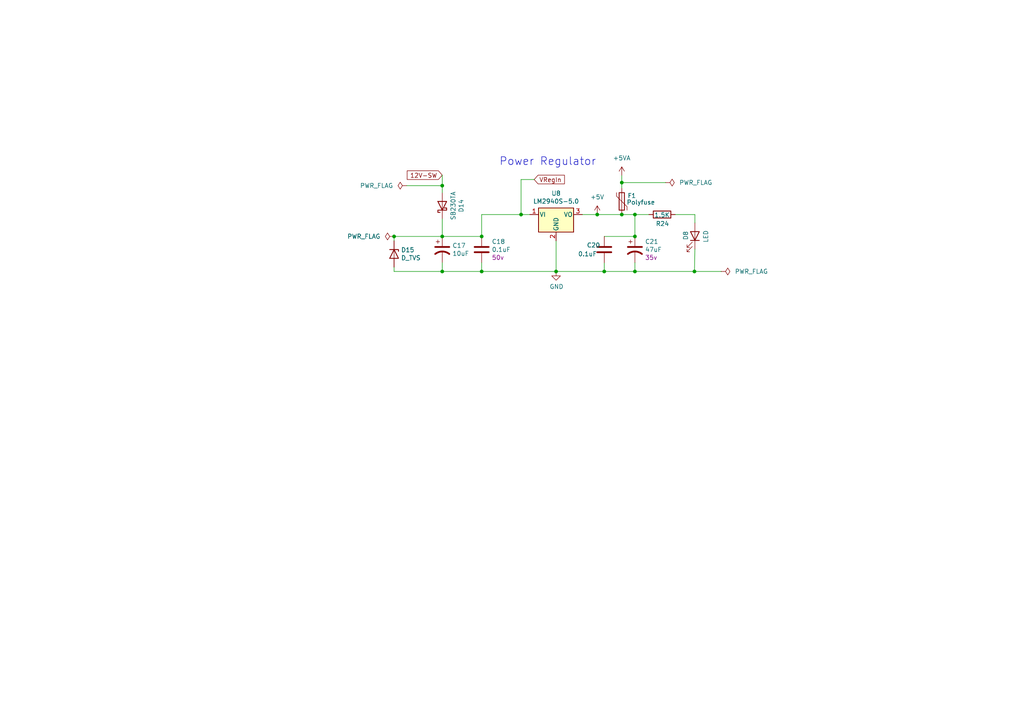
<source format=kicad_sch>
(kicad_sch (version 20230121) (generator eeschema)
  (paper "A4")
  (title_block (title "0.4") (date "2021-03-27") (rev "4d") (company "Speeduino"))
  (lib_symbols
    (symbol "Device:C" (pin_numbers hide) (pin_names (offset 0.254))
      (property "Reference" "C" (at 0.635 2.54 0))
      (property "Value" "C" (at 0.635 -2.54 0))
      (symbol "C_0_1"
        (polyline (pts (xy -2.032 -0.762) (xy 2.032 -0.762)) (stroke (width 0.508)))
        (polyline (pts (xy -2.032 0.762) (xy 2.032 0.762)) (stroke (width 0.508)))
      )
      (symbol "C_1_1"
        (pin passive line (at 0 3.81 270) (length 2.794) (name "~") (number "1"))
        (pin passive line (at 0 -3.81 90) (length 2.794) (name "~") (number "2"))
      )
    )
    (symbol "Device:D_Schottky" (pin_numbers hide) (pin_names (offset 1.016) hide)
      (property "Reference" "D" (at 0 2.54 0))
      (property "Value" "D_Schottky" (at 0 -2.54 0))
      (symbol "D_Schottky_0_1"
        (polyline (pts (xy 1.27 0) (xy -1.27 0)))
        (polyline (pts (xy 1.27 1.27) (xy 1.27 -1.27) (xy -1.27 0) (xy 1.27 1.27)) (stroke (width 0.254)))
        (polyline (pts (xy -1.905 0.635) (xy -1.905 1.27) (xy -1.27 1.27) (xy -1.27 -1.27) (xy -0.635 -1.27) (xy -0.635 -0.635)) (stroke (width 0.254)))
      )
      (symbol "D_Schottky_1_1"
        (pin passive line (at -3.81 0 0) (length 2.54) (name "K") (number "1"))
        (pin passive line (at 3.81 0 180) (length 2.54) (name "A") (number "2"))
      )
    )
    (symbol "Device:D_Zener" (pin_numbers hide) (pin_names (offset 1.016) hide)
      (property "Reference" "D" (at 0 2.54 0))
      (property "Value" "D_Zener" (at 0 -2.54 0))
      (symbol "D_Zener_0_1"
        (polyline (pts (xy 1.27 0) (xy -1.27 0)))
        (polyline (pts (xy -1.27 -1.27) (xy -1.27 1.27) (xy -0.762 1.27)) (stroke (width 0.254)))
        (polyline (pts (xy 1.27 -1.27) (xy 1.27 1.27) (xy -1.27 0) (xy 1.27 -1.27)) (stroke (width 0.254)))
      )
      (symbol "D_Zener_1_1"
        (pin passive line (at -3.81 0 0) (length 2.54) (name "K") (number "1"))
        (pin passive line (at 3.81 0 180) (length 2.54) (name "A") (number "2"))
      )
    )
    (symbol "Device:LED" (pin_numbers hide) (pin_names (offset 1.016) hide)
      (property "Reference" "D" (at 0 2.54 0))
      (property "Value" "LED" (at 0 -2.54 0))
      (symbol "LED_0_1"
        (polyline (pts (xy -1.27 -1.27) (xy -1.27 1.27)) (stroke (width 0.254)))
        (polyline (pts (xy -1.27 0) (xy 1.27 0)))
        (polyline (pts (xy 1.27 -1.27) (xy 1.27 1.27) (xy -1.27 0) (xy 1.27 -1.27)) (stroke (width 0.254)))
        (polyline (pts (xy -3.048 -0.762) (xy -4.572 -2.286) (xy -3.81 -2.286) (xy -4.572 -2.286) (xy -4.572 -1.524)))
        (polyline (pts (xy -1.778 -0.762) (xy -3.302 -2.286) (xy -2.54 -2.286) (xy -3.302 -2.286) (xy -3.302 -1.524)))
      )
      (symbol "LED_1_1"
        (pin passive line (at -3.81 0 0) (length 2.54) (name "K") (number "1"))
        (pin passive line (at 3.81 0 180) (length 2.54) (name "A") (number "2"))
      )
    )
    (symbol "Device:Polyfuse" (pin_numbers hide) (pin_names (offset 0))
      (property "Reference" "F" (at -2.54 0 90))
      (property "Value" "Polyfuse" (at 2.54 0 90))
      (symbol "Polyfuse_0_1"
        (rectangle (start -0.762 2.54) (end 0.762 -2.54) (stroke (width 0.254)))
        (polyline (pts (xy 0 2.54) (xy 0 -2.54)))
        (polyline (pts (xy -1.524 2.54) (xy -1.524 1.524) (xy 1.524 -1.524) (xy 1.524 -2.54)))
      )
      (symbol "Polyfuse_1_1"
        (pin passive line (at 0 3.81 270) (length 1.27) (name "~") (number "1"))
        (pin passive line (at 0 -3.81 90) (length 1.27) (name "~") (number "2"))
      )
    )
    (symbol "Device:R" (pin_numbers hide) (pin_names (offset 0))
      (property "Reference" "R" (at 2.032 0 90))
      (property "Value" "R" (at 0 0 90))
      (symbol "R_0_1"
        (rectangle (start -1.016 -2.54) (end 1.016 2.54) (stroke (width 0.254)))
      )
      (symbol "R_1_1"
        (pin passive line (at 0 3.81 270) (length 1.27) (name "~") (number "1"))
        (pin passive line (at 0 -3.81 90) (length 1.27) (name "~") (number "2"))
      )
    )
    (symbol "Regulator_Linear:LM2937xS" (pin_names (offset 0.254))
      (property "Reference" "U" (at -3.81 3.175 0))
      (property "Value" "LM2937xS" (at 0 3.175 0))
      (symbol "LM2937xS_0_1"
        (rectangle (start -5.08 -5.08) (end 5.08 1.905) (stroke (width 0.254)) (fill (type background)))
      )
      (symbol "LM2937xS_1_1"
        (pin power_in line (at -7.62 0 0) (length 2.54) (name "VI") (number "1"))
        (pin power_in line (at 0 -7.62 90) (length 2.54) (name "GND") (number "2"))
        (pin power_out line (at 7.62 0 180) (length 2.54) (name "VO") (number "3"))
      )
    )
    (symbol "power:+5V" (power) (pin_names (offset 0))
      (property "Value" "+5V" (at 0 3.556 0))
      (symbol "+5V_0_1"
        (polyline (pts (xy -0.762 1.27) (xy 0 2.54)))
        (polyline (pts (xy 0 0) (xy 0 2.54)))
        (polyline (pts (xy 0 2.54) (xy 0.762 1.27)))
      )
      (symbol "+5V_1_1"
        (pin power_in line (at 0 0 90) (length 0) hide (name "+5V") (number "1"))
      )
    )
    (symbol "power:+5VA" (power) (pin_names (offset 0))
      (property "Value" "+5VA" (at 0 3.556 0))
      (symbol "+5VA_0_1"
        (polyline (pts (xy -0.762 1.27) (xy 0 2.54)))
        (polyline (pts (xy 0 0) (xy 0 2.54)))
        (polyline (pts (xy 0 2.54) (xy 0.762 1.27)))
      )
      (symbol "+5VA_1_1"
        (pin power_in line (at 0 0 90) (length 0) hide (name "+5VA") (number "1"))
      )
    )
    (symbol "power:GND" (power) (pin_names (offset 0))
      (property "Value" "GND" (at 0 -3.81 0))
      (symbol "GND_0_1"
        (polyline (pts (xy 0 0) (xy 0 -1.27) (xy 1.27 -1.27) (xy 0 -2.54) (xy -1.27 -1.27) (xy 0 -1.27)))
      )
      (symbol "GND_1_1"
        (pin power_in line (at 0 0 270) (length 0) hide (name "GND") (number "1"))
      )
    )
    (symbol "power:PWR_FLAG" (power) (pin_numbers hide) (pin_names (offset 0) hide)
      (property "Value" "PWR_FLAG" (at 0 3.81 0))
      (symbol "PWR_FLAG_0_0"
        (pin power_out line (at 0 0 90) (length 0) (name "pwr") (number "1"))
      )
      (symbol "PWR_FLAG_0_1"
        (polyline (pts (xy 0 0) (xy 0 1.27) (xy -1.016 1.905) (xy 0 2.54) (xy 1.016 1.905) (xy 0 1.27)))
      )
    )
    (symbol "v0.4.3d-rescue:CP1-Device" (pin_numbers hide) (pin_names (offset 0.254) hide)
      (property "Reference" "C" (at 0.635 2.54 0))
      (property "Value" "Device_CP1" (at 0.635 -2.54 0))
      (symbol "CP1-Device_0_1"
        (polyline (pts (xy -2.032 0.762) (xy 2.032 0.762)) (stroke (width 0.508)))
        (polyline (pts (xy -1.778 2.286) (xy -0.762 2.286)))
        (polyline (pts (xy -1.27 1.778) (xy -1.27 2.794)))
        (arc (start 2.032 -1.27) (mid 0 -0.5572) (end -2.032 -1.27) (stroke (width 0.508)))
      )
      (symbol "CP1-Device_1_1"
        (pin passive line (at 0 3.81 270) (length 2.794) (name "~") (number "1"))
        (pin passive line (at 0 -3.81 90) (length 3.302) (name "~") (number "2"))
      )
    )
  )
  (junction (at 175.26 78.74))
  (junction (at 151.13 62.23))
  (junction (at 184.15 68.58))
  (junction (at 184.15 78.74))
  (junction (at 128.27 68.58))
  (junction (at 184.15 62.23))
  (junction (at 161.29 78.74))
  (junction (at 128.27 53.848))
  (junction (at 173.228 62.23))
  (junction (at 139.7 78.74))
  (junction (at 114.3 68.58))
  (junction (at 180.34 62.23))
  (junction (at 128.27 78.74))
  (junction (at 180.34 52.959))
  (junction (at 201.422 78.74))
  (junction (at 139.7 68.58))
  (wire (pts (xy 151.13 52.07) (xy 151.13 62.23)))
  (wire (pts (xy 175.26 68.58) (xy 184.15 68.58)))
  (wire (pts (xy 139.7 78.74) (xy 161.29 78.74)))
  (wire (pts (xy 154.94 52.07) (xy 151.13 52.07)))
  (wire (pts (xy 139.7 68.58) (xy 139.7 62.23)))
  (wire (pts (xy 161.29 69.85) (xy 161.29 78.74)))
  (wire (pts (xy 139.7 62.23) (xy 151.13 62.23)))
  (wire (pts (xy 201.549 62.23) (xy 201.549 64.643)))
  (wire (pts (xy 114.3 68.58) (xy 114.3 69.85)))
  (wire (pts (xy 114.3 68.58) (xy 128.27 68.58)))
  (wire (pts (xy 128.27 53.848) (xy 128.27 55.88)))
  (wire (pts (xy 114.3 78.74) (xy 128.27 78.74)))
  (wire (pts (xy 201.549 72.263) (xy 201.422 78.74)))
  (wire (pts (xy 184.15 76.2) (xy 184.15 78.74)))
  (wire (pts (xy 180.34 50.927) (xy 180.34 52.959)))
  (wire (pts (xy 117.983 53.848) (xy 128.27 53.848)))
  (wire (pts (xy 139.7 76.2) (xy 139.7 78.74)))
  (wire (pts (xy 175.26 76.2) (xy 175.26 78.74)))
  (wire (pts (xy 128.27 63.5) (xy 128.27 68.58)))
  (wire (pts (xy 128.27 50.8) (xy 128.27 53.848)))
  (wire (pts (xy 128.27 76.2) (xy 128.27 78.74)))
  (wire (pts (xy 184.15 78.74) (xy 201.422 78.74)))
  (wire (pts (xy 128.27 78.74) (xy 139.7 78.74)))
  (wire (pts (xy 114.3 78.74) (xy 114.3 77.47)))
  (wire (pts (xy 193.04 52.959) (xy 180.34 52.959)))
  (wire (pts (xy 153.67 62.23) (xy 151.13 62.23)))
  (wire (pts (xy 175.26 78.74) (xy 161.29 78.74)))
  (wire (pts (xy 184.15 78.74) (xy 175.26 78.74)))
  (wire (pts (xy 128.27 68.58) (xy 139.7 68.58)))
  (wire (pts (xy 201.422 78.74) (xy 209.169 78.74)))
  (wire (pts (xy 195.834 62.23) (xy 201.549 62.23)))
  (wire (pts (xy 188.214 62.23) (xy 184.15 62.23)))
  (wire (pts (xy 180.34 62.23) (xy 184.15 62.23)))
  (wire (pts (xy 168.91 62.23) (xy 173.228 62.23)))
  (wire (pts (xy 173.228 62.23) (xy 180.34 62.23)))
  (wire (pts (xy 180.34 52.959) (xy 180.34 54.61)))
  (wire (pts (xy 184.15 62.23) (xy 184.15 68.58)))
  (text "Power Regulator" (at 144.78 48.26 0) (effects (font (size 2.2606 2.2606)) (justify left bottom)))
  (global_label "12V-SW" (shape input) (at 128.27 50.8 180) (property "Intersheetrefs" "${INTERSHEET_REFS}" (effects hide)))
  (global_label "VRegIn" (shape input) (at 154.94 52.07 0) (property "Intersheetrefs" "${INTERSHEET_REFS}" (effects hide)))
  (symbol (lib_id "Device:C") (at 139.7 72.39 0) (unit 1)
    (property "Reference" "C18" (at 142.621 70.0786 0) (effects (justify left)))
    (property "Value" "0.1uF" (at 142.621 72.39 0) (effects (justify left)))
    (property "Footprint" "Capacitor_SMD:C_0805_2012Metric" (effects hide))
    (property "Voltage" "50v" (at 142.621 74.7014 0) (effects (justify left)))
    (property "Manufacturer_Name" "YAGEO" (effects hide))
    (property "Manufacturer_Part_Number" "CC0805KRX7R9BB104" (effects hide))
    (property "JLCPCB_PN" "C49678" (effects hide))
    (property "Package" "0805" (effects hide))
  )
  (symbol (lib_id "v0.4.3d-rescue:CP1-Device") (at 128.27 72.39 0) (unit 1)
    (property "Reference" "C17" (at 131.191 71.2216 0) (effects (justify left)))
    (property "Value" "10uF" (at 131.191 73.533 0) (effects (justify left)))
    (property "Footprint" "Capacitor_Tantalum_SMD:CP_EIA-7343-31_Kemet-D" (effects hide))
    (property "Voltage" "50v" (effects hide))
    (property "Manufacturer_Name" "--" (effects hide))
    (property "Manufacturer_Part_Number" "TAJD106K035RNJ" (effects hide))
    (property "JLCPCB_PN" "C7221" (effects hide))
    (property "Package" "CASE-D-7343" (effects hide))
  )
  (symbol (lib_id "Device:D_Schottky") (at 128.27 59.69 90) (unit 1)
    (property "Reference" "D14" (at 133.7564 59.69 0))
    (property "Value" "SB230TA" (at 131.445 59.69 0))
    (property "Footprint" "Diode_THT:D_DO-41_SOD81_P7.62mm_Horizontal" (effects hide))
    (property "Manufacturer_Name" "SMC" (effects hide))
    (property "Manufacturer_Part_Number" "SB230TA" (effects hide))
  )
  (symbol (lib_id "Device:C") (at 175.26 72.39 0) (unit 1)
    (property "Reference" "C20" (at 170.18 71.12 0) (effects (justify left)))
    (property "Value" "0.1uF" (at 167.64 73.66 0) (effects (justify left)))
    (property "Footprint" "Capacitor_SMD:C_0805_2012Metric" (effects hide))
    (property "Manufacturer_Name" "YAGEO" (effects hide))
    (property "Manufacturer_Part_Number" "CC0805KRX7R9BB104" (effects hide))
    (property "JLCPCB_PN" "C49678" (effects hide))
    (property "Package" "0805" (effects hide))
    (property "Voltage" "50v" (effects hide))
  )
  (symbol (lib_id "v0.4.3d-rescue:CP1-Device") (at 184.15 72.39 0) (unit 1)
    (property "Reference" "C21" (at 187.071 70.0786 0) (effects (justify left)))
    (property "Value" "47uF" (at 187.071 72.39 0) (effects (justify left)))
    (property "Footprint" "Capacitor_SMD:CP_Elec_6.3x5.4" (effects hide))
    (property "Voltage" "35v" (at 187.071 74.7014 0) (effects (justify left)))
    (property "Manufacturer_Name" "KNSCHA" (effects hide))
    (property "Manufacturer_Part_Number" "RVT47UF35V67RV0039" (effects hide))
    (property "JLCPCB_PN" "C2836440" (effects hide))
    (property "Package" "SMD,D6.3xL5.4mm" (effects hide))
  )
  (symbol (lib_id "power:GND") (at 161.29 78.74 0) (unit 1)
    (property "Reference" "#PWR046" (effects hide))
    (property "Value" "GND" (at 161.417 83.1342 0))
  )
  (symbol (lib_id "Regulator_Linear:LM2937xS") (at 161.29 62.23 0) (unit 1)
    (property "Reference" "U8" (at 161.29 56.0832 0))
    (property "Value" "LM2940S-5.0" (at 161.29 58.3946 0))
    (property "Footprint" "Package_TO_SOT_THT:TO-220-3_Horizontal_TabDown" (effects hide))
  )
  (symbol (lib_id "Device:Polyfuse") (at 180.34 58.42 0) (unit 1)
    (property "Reference" "F1" (at 181.991 56.769 0) (effects (justify left)))
    (property "Value" "Polyfuse" (at 181.737 58.674 0) (effects (justify left)))
    (property "Footprint" "Fuse:Fuse_BelFuse_0ZRE0055FF_L14.0mm_W4.1mm" (effects hide))
    (property "Manufacturer_Name" "Bel Fuse" (effects hide))
    (property "Manufacturer_Part_Number" "0ZRP0050FF1E" (effects hide))
  )
  (symbol (lib_id "Device:D_Zener") (at 114.3 73.66 270) (unit 1)
    (property "Reference" "D15" (at 116.3066 72.4916 90) (effects (justify left)))
    (property "Value" "D_TVS" (at 116.3066 74.803 90) (effects (justify left)))
    (property "Footprint" "Diode_THT:D_DO-15_P12.70mm_Horizontal" (effects hide))
    (property "Manufacturer_Name" "Littelfuse" (effects hide))
    (property "Manufacturer_Part_Number" "TP6KE47A" (effects hide))
  )
  (symbol (lib_id "power:PWR_FLAG") (at 117.983 53.848 90) (unit 1)
    (property "Reference" "#FLG03" (effects hide))
    (property "Value" "PWR_FLAG" (at 114.046 53.848 90) (effects (justify left)))
  )
  (symbol (lib_id "power:+5V") (at 173.228 62.23 0) (unit 1)
    (property "Reference" "#PWR01" (effects hide))
    (property "Value" "+5V" (at 173.228 57.15 0))
  )
  (symbol (lib_id "power:PWR_FLAG") (at 193.04 52.959 270) (unit 1)
    (property "Reference" "#FLG02" (effects hide))
    (property "Value" "PWR_FLAG" (at 196.977 52.959 90) (effects (justify left)))
  )
  (symbol (lib_id "Device:R") (at 192.024 62.23 270) (mirror x) (unit 1)
    (property "Reference" "R24" (at 192.151 64.897 90))
    (property "Value" "1.5K" (at 192.024 62.357 90))
    (property "Footprint" "Resistor_SMD:R_0805_2012Metric" (effects hide))
    (property "Manufacturer_Name" "UNI-ROYAL(Uniroyal Elec)" (effects hide))
    (property "Manufacturer_Part_Number" "0805W8J0152T5E" (effects hide))
    (property "JLCPCB_PN" "C26015" (effects hide))
    (property "Package" "0805" (effects hide))
    (instances (project "v0.4.3d" (path "" (reference "R24") (unit 1)) (path "" (reference "R43") (unit 1))))
  )
  (symbol (lib_id "power:PWR_FLAG") (at 209.169 78.74 270) (unit 1)
    (property "Reference" "#FLG04" (effects hide))
    (property "Value" "PWR_FLAG" (at 213.106 78.74 90) (effects (justify left)))
  )
  (symbol (lib_id "power:+5VA") (at 180.34 50.927 0) (unit 1)
    (property "Reference" "#PWR02" (effects hide))
    (property "Value" "+5VA" (at 180.34 45.847 0))
  )
  (symbol (lib_id "power:PWR_FLAG") (at 114.3 68.58 90) (unit 1)
    (property "Reference" "#FLG07" (effects hide))
    (property "Value" "PWR_FLAG" (at 110.363 68.58 90) (effects (justify left)))
  )
  (symbol (lib_id "Device:LED") (at 201.549 68.453 270) (mirror x) (unit 1)
    (property "Reference" "D8" (at 198.882 68.326 0))
    (property "Value" "LED" (at 204.724 68.58 0))
    (property "Footprint" "LED_THT:LED_D3.0mm" (effects hide))
    (instances (project "v0.4.3d" (path "" (reference "D8") (unit 1)) (path "" (reference "D13") (unit 1))))
  )
)
</source>
